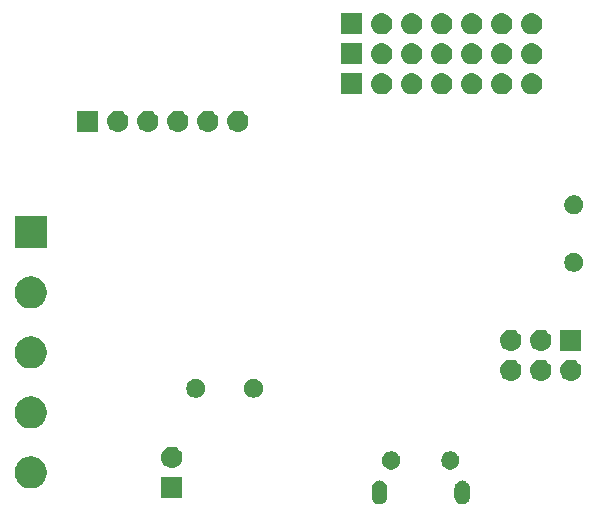
<source format=gbr>
G04 #@! TF.GenerationSoftware,KiCad,Pcbnew,(5.0.1)-4*
G04 #@! TF.CreationDate,2019-07-04T23:41:43-04:00*
G04 #@! TF.ProjectId,Receiver Board,526563656976657220426F6172642E6B,rev?*
G04 #@! TF.SameCoordinates,Original*
G04 #@! TF.FileFunction,Soldermask,Bot*
G04 #@! TF.FilePolarity,Negative*
%FSLAX46Y46*%
G04 Gerber Fmt 4.6, Leading zero omitted, Abs format (unit mm)*
G04 Created by KiCad (PCBNEW (5.0.1)-4) date 7/4/2019 11:41:43 PM*
%MOMM*%
%LPD*%
G01*
G04 APERTURE LIST*
%ADD10C,0.100000*%
G04 APERTURE END LIST*
D10*
G36*
X158425618Y-72064420D02*
X158507427Y-72089237D01*
X158548333Y-72101645D01*
X158648491Y-72155181D01*
X158661426Y-72162095D01*
X158760553Y-72243447D01*
X158841905Y-72342574D01*
X158841906Y-72342576D01*
X158902355Y-72455667D01*
X158902356Y-72455670D01*
X158939580Y-72578382D01*
X158949000Y-72674027D01*
X158949000Y-73437973D01*
X158939580Y-73533618D01*
X158936127Y-73545000D01*
X158902355Y-73656333D01*
X158848819Y-73756491D01*
X158841905Y-73769426D01*
X158760553Y-73868553D01*
X158661425Y-73949905D01*
X158608782Y-73978043D01*
X158548332Y-74010355D01*
X158507426Y-74022763D01*
X158425617Y-74047580D01*
X158298000Y-74060149D01*
X158170382Y-74047580D01*
X158088573Y-74022763D01*
X158047667Y-74010355D01*
X157934576Y-73949906D01*
X157934574Y-73949905D01*
X157835447Y-73868553D01*
X157754095Y-73769425D01*
X157693646Y-73656333D01*
X157693645Y-73656332D01*
X157681237Y-73615426D01*
X157656420Y-73533617D01*
X157647000Y-73437972D01*
X157647000Y-72674027D01*
X157656420Y-72578382D01*
X157693645Y-72455668D01*
X157754096Y-72342574D01*
X157835448Y-72243447D01*
X157934575Y-72162095D01*
X157947510Y-72155181D01*
X158047668Y-72101645D01*
X158088574Y-72089237D01*
X158170383Y-72064420D01*
X158298000Y-72051851D01*
X158425618Y-72064420D01*
X158425618Y-72064420D01*
G37*
G36*
X165425617Y-72064420D02*
X165507426Y-72089237D01*
X165548332Y-72101645D01*
X165608782Y-72133957D01*
X165661425Y-72162095D01*
X165661427Y-72162096D01*
X165661426Y-72162096D01*
X165750523Y-72235215D01*
X165760553Y-72243447D01*
X165841905Y-72342574D01*
X165841906Y-72342576D01*
X165902355Y-72455667D01*
X165902356Y-72455670D01*
X165939580Y-72578382D01*
X165949000Y-72674027D01*
X165949000Y-73437973D01*
X165939580Y-73533618D01*
X165936127Y-73545000D01*
X165902355Y-73656333D01*
X165848819Y-73756491D01*
X165841905Y-73769426D01*
X165760553Y-73868553D01*
X165661426Y-73949905D01*
X165661424Y-73949906D01*
X165548333Y-74010355D01*
X165507427Y-74022763D01*
X165425618Y-74047580D01*
X165298000Y-74060149D01*
X165170383Y-74047580D01*
X165088574Y-74022763D01*
X165047668Y-74010355D01*
X164934577Y-73949906D01*
X164934575Y-73949905D01*
X164835448Y-73868553D01*
X164754096Y-73769426D01*
X164693645Y-73656332D01*
X164668828Y-73574523D01*
X164656420Y-73533619D01*
X164647000Y-73437974D01*
X164647000Y-72674027D01*
X164656420Y-72578385D01*
X164656420Y-72578383D01*
X164681237Y-72496574D01*
X164693645Y-72455668D01*
X164725957Y-72395218D01*
X164754095Y-72342575D01*
X164835447Y-72243447D01*
X164934574Y-72162095D01*
X164947509Y-72155181D01*
X165047667Y-72101645D01*
X165088573Y-72089237D01*
X165170382Y-72064420D01*
X165298000Y-72051851D01*
X165425617Y-72064420D01*
X165425617Y-72064420D01*
G37*
G36*
X141617000Y-73545000D02*
X139815000Y-73545000D01*
X139815000Y-71743000D01*
X141617000Y-71743000D01*
X141617000Y-73545000D01*
X141617000Y-73545000D01*
G37*
G36*
X129041567Y-70048959D02*
X129172072Y-70074918D01*
X129417939Y-70176759D01*
X129573384Y-70280625D01*
X129639215Y-70324612D01*
X129827388Y-70512785D01*
X129827390Y-70512788D01*
X129975241Y-70734061D01*
X130077082Y-70979928D01*
X130129000Y-71240938D01*
X130129000Y-71507062D01*
X130077082Y-71768072D01*
X129975241Y-72013939D01*
X129827890Y-72234464D01*
X129827388Y-72235215D01*
X129639215Y-72423388D01*
X129639212Y-72423390D01*
X129417939Y-72571241D01*
X129172072Y-72673082D01*
X129041567Y-72699041D01*
X128911063Y-72725000D01*
X128644937Y-72725000D01*
X128514433Y-72699041D01*
X128383928Y-72673082D01*
X128138061Y-72571241D01*
X127916788Y-72423390D01*
X127916785Y-72423388D01*
X127728612Y-72235215D01*
X127728110Y-72234464D01*
X127580759Y-72013939D01*
X127478918Y-71768072D01*
X127427000Y-71507062D01*
X127427000Y-71240938D01*
X127478918Y-70979928D01*
X127580759Y-70734061D01*
X127728610Y-70512788D01*
X127728612Y-70512785D01*
X127916785Y-70324612D01*
X127982616Y-70280625D01*
X128138061Y-70176759D01*
X128383928Y-70074918D01*
X128514433Y-70048959D01*
X128644937Y-70023000D01*
X128911063Y-70023000D01*
X129041567Y-70048959D01*
X129041567Y-70048959D01*
G37*
G36*
X159524349Y-69609820D02*
X159524352Y-69609821D01*
X159524351Y-69609821D01*
X159665574Y-69668317D01*
X159665575Y-69668318D01*
X159792674Y-69753243D01*
X159900757Y-69861326D01*
X159900759Y-69861329D01*
X159985683Y-69988426D01*
X160000004Y-70023000D01*
X160044180Y-70129651D01*
X160074000Y-70279569D01*
X160074000Y-70432431D01*
X160044180Y-70582349D01*
X160044179Y-70582351D01*
X159985683Y-70723574D01*
X159978674Y-70734063D01*
X159900757Y-70850674D01*
X159792674Y-70958757D01*
X159792671Y-70958759D01*
X159665574Y-71043683D01*
X159556343Y-71088927D01*
X159524349Y-71102180D01*
X159374431Y-71132000D01*
X159221569Y-71132000D01*
X159071651Y-71102180D01*
X159039657Y-71088927D01*
X158930426Y-71043683D01*
X158803329Y-70958759D01*
X158803326Y-70958757D01*
X158695243Y-70850674D01*
X158617326Y-70734063D01*
X158610317Y-70723574D01*
X158551821Y-70582351D01*
X158551820Y-70582349D01*
X158522000Y-70432431D01*
X158522000Y-70279569D01*
X158551820Y-70129651D01*
X158595996Y-70023000D01*
X158610317Y-69988426D01*
X158695241Y-69861329D01*
X158695243Y-69861326D01*
X158803326Y-69753243D01*
X158930425Y-69668318D01*
X158930426Y-69668317D01*
X159071649Y-69609821D01*
X159071648Y-69609821D01*
X159071651Y-69609820D01*
X159221569Y-69580000D01*
X159374431Y-69580000D01*
X159524349Y-69609820D01*
X159524349Y-69609820D01*
G37*
G36*
X164524349Y-69609820D02*
X164524352Y-69609821D01*
X164524351Y-69609821D01*
X164665574Y-69668317D01*
X164665575Y-69668318D01*
X164792674Y-69753243D01*
X164900757Y-69861326D01*
X164900759Y-69861329D01*
X164985683Y-69988426D01*
X165000004Y-70023000D01*
X165044180Y-70129651D01*
X165074000Y-70279569D01*
X165074000Y-70432431D01*
X165044180Y-70582349D01*
X165044179Y-70582351D01*
X164985683Y-70723574D01*
X164978674Y-70734063D01*
X164900757Y-70850674D01*
X164792674Y-70958757D01*
X164792671Y-70958759D01*
X164665574Y-71043683D01*
X164556343Y-71088927D01*
X164524349Y-71102180D01*
X164374431Y-71132000D01*
X164221569Y-71132000D01*
X164071651Y-71102180D01*
X164039657Y-71088927D01*
X163930426Y-71043683D01*
X163803329Y-70958759D01*
X163803326Y-70958757D01*
X163695243Y-70850674D01*
X163617326Y-70734063D01*
X163610317Y-70723574D01*
X163551821Y-70582351D01*
X163551820Y-70582349D01*
X163522000Y-70432431D01*
X163522000Y-70279569D01*
X163551820Y-70129651D01*
X163595996Y-70023000D01*
X163610317Y-69988426D01*
X163695241Y-69861329D01*
X163695243Y-69861326D01*
X163803326Y-69753243D01*
X163930425Y-69668318D01*
X163930426Y-69668317D01*
X164071649Y-69609821D01*
X164071648Y-69609821D01*
X164071651Y-69609820D01*
X164221569Y-69580000D01*
X164374431Y-69580000D01*
X164524349Y-69609820D01*
X164524349Y-69609820D01*
G37*
G36*
X140826443Y-69209519D02*
X140892627Y-69216037D01*
X141005853Y-69250384D01*
X141062467Y-69267557D01*
X141201087Y-69341652D01*
X141218991Y-69351222D01*
X141254729Y-69380552D01*
X141356186Y-69463814D01*
X141439448Y-69565271D01*
X141468778Y-69601009D01*
X141468779Y-69601011D01*
X141552443Y-69757533D01*
X141552443Y-69757534D01*
X141603963Y-69927373D01*
X141621359Y-70104000D01*
X141603963Y-70280627D01*
X141590621Y-70324610D01*
X141552443Y-70450467D01*
X141519133Y-70512785D01*
X141468778Y-70606991D01*
X141439448Y-70642729D01*
X141356186Y-70744186D01*
X141254729Y-70827448D01*
X141218991Y-70856778D01*
X141218989Y-70856779D01*
X141062467Y-70940443D01*
X141005853Y-70957616D01*
X140892627Y-70991963D01*
X140826443Y-70998481D01*
X140760260Y-71005000D01*
X140671740Y-71005000D01*
X140605557Y-70998481D01*
X140539373Y-70991963D01*
X140426147Y-70957616D01*
X140369533Y-70940443D01*
X140213011Y-70856779D01*
X140213009Y-70856778D01*
X140177271Y-70827448D01*
X140075814Y-70744186D01*
X139992552Y-70642729D01*
X139963222Y-70606991D01*
X139912867Y-70512785D01*
X139879557Y-70450467D01*
X139841379Y-70324610D01*
X139828037Y-70280627D01*
X139810641Y-70104000D01*
X139828037Y-69927373D01*
X139879557Y-69757534D01*
X139879557Y-69757533D01*
X139963221Y-69601011D01*
X139963222Y-69601009D01*
X139992552Y-69565271D01*
X140075814Y-69463814D01*
X140177271Y-69380552D01*
X140213009Y-69351222D01*
X140230913Y-69341652D01*
X140369533Y-69267557D01*
X140426147Y-69250384D01*
X140539373Y-69216037D01*
X140605557Y-69209519D01*
X140671740Y-69203000D01*
X140760260Y-69203000D01*
X140826443Y-69209519D01*
X140826443Y-69209519D01*
G37*
G36*
X129041567Y-64968959D02*
X129172072Y-64994918D01*
X129417939Y-65096759D01*
X129638464Y-65244110D01*
X129639215Y-65244612D01*
X129827388Y-65432785D01*
X129827390Y-65432788D01*
X129975241Y-65654061D01*
X130077082Y-65899928D01*
X130129000Y-66160938D01*
X130129000Y-66427062D01*
X130077082Y-66688072D01*
X129975241Y-66933939D01*
X129827890Y-67154464D01*
X129827388Y-67155215D01*
X129639215Y-67343388D01*
X129639212Y-67343390D01*
X129417939Y-67491241D01*
X129172072Y-67593082D01*
X129041567Y-67619041D01*
X128911063Y-67645000D01*
X128644937Y-67645000D01*
X128514433Y-67619041D01*
X128383928Y-67593082D01*
X128138061Y-67491241D01*
X127916788Y-67343390D01*
X127916785Y-67343388D01*
X127728612Y-67155215D01*
X127728110Y-67154464D01*
X127580759Y-66933939D01*
X127478918Y-66688072D01*
X127427000Y-66427062D01*
X127427000Y-66160938D01*
X127478918Y-65899928D01*
X127580759Y-65654061D01*
X127728610Y-65432788D01*
X127728612Y-65432785D01*
X127916785Y-65244612D01*
X127917536Y-65244110D01*
X128138061Y-65096759D01*
X128383928Y-64994918D01*
X128514433Y-64968959D01*
X128644937Y-64943000D01*
X128911063Y-64943000D01*
X129041567Y-64968959D01*
X129041567Y-64968959D01*
G37*
G36*
X142981643Y-63491781D02*
X143127415Y-63552162D01*
X143258611Y-63639824D01*
X143370176Y-63751389D01*
X143457838Y-63882585D01*
X143518219Y-64028357D01*
X143549000Y-64183107D01*
X143549000Y-64340893D01*
X143518219Y-64495643D01*
X143457838Y-64641415D01*
X143370176Y-64772611D01*
X143258611Y-64884176D01*
X143127415Y-64971838D01*
X142981643Y-65032219D01*
X142826893Y-65063000D01*
X142669107Y-65063000D01*
X142514357Y-65032219D01*
X142368585Y-64971838D01*
X142237389Y-64884176D01*
X142125824Y-64772611D01*
X142038162Y-64641415D01*
X141977781Y-64495643D01*
X141947000Y-64340893D01*
X141947000Y-64183107D01*
X141977781Y-64028357D01*
X142038162Y-63882585D01*
X142125824Y-63751389D01*
X142237389Y-63639824D01*
X142368585Y-63552162D01*
X142514357Y-63491781D01*
X142669107Y-63461000D01*
X142826893Y-63461000D01*
X142981643Y-63491781D01*
X142981643Y-63491781D01*
G37*
G36*
X147861643Y-63491781D02*
X148007415Y-63552162D01*
X148138611Y-63639824D01*
X148250176Y-63751389D01*
X148337838Y-63882585D01*
X148398219Y-64028357D01*
X148429000Y-64183107D01*
X148429000Y-64340893D01*
X148398219Y-64495643D01*
X148337838Y-64641415D01*
X148250176Y-64772611D01*
X148138611Y-64884176D01*
X148007415Y-64971838D01*
X147861643Y-65032219D01*
X147706893Y-65063000D01*
X147549107Y-65063000D01*
X147394357Y-65032219D01*
X147248585Y-64971838D01*
X147117389Y-64884176D01*
X147005824Y-64772611D01*
X146918162Y-64641415D01*
X146857781Y-64495643D01*
X146827000Y-64340893D01*
X146827000Y-64183107D01*
X146857781Y-64028357D01*
X146918162Y-63882585D01*
X147005824Y-63751389D01*
X147117389Y-63639824D01*
X147248585Y-63552162D01*
X147394357Y-63491781D01*
X147549107Y-63461000D01*
X147706893Y-63461000D01*
X147861643Y-63491781D01*
X147861643Y-63491781D01*
G37*
G36*
X169528443Y-61843519D02*
X169594627Y-61850037D01*
X169707853Y-61884384D01*
X169764467Y-61901557D01*
X169903087Y-61975652D01*
X169920991Y-61985222D01*
X169956729Y-62014552D01*
X170058186Y-62097814D01*
X170141448Y-62199271D01*
X170170778Y-62235009D01*
X170170779Y-62235011D01*
X170254443Y-62391533D01*
X170254443Y-62391534D01*
X170305963Y-62561373D01*
X170323359Y-62738000D01*
X170305963Y-62914627D01*
X170271616Y-63027853D01*
X170254443Y-63084467D01*
X170180348Y-63223087D01*
X170170778Y-63240991D01*
X170141448Y-63276729D01*
X170058186Y-63378186D01*
X169957275Y-63461000D01*
X169920991Y-63490778D01*
X169919113Y-63491782D01*
X169764467Y-63574443D01*
X169707853Y-63591616D01*
X169594627Y-63625963D01*
X169528443Y-63632481D01*
X169462260Y-63639000D01*
X169373740Y-63639000D01*
X169307557Y-63632481D01*
X169241373Y-63625963D01*
X169128147Y-63591616D01*
X169071533Y-63574443D01*
X168916887Y-63491782D01*
X168915009Y-63490778D01*
X168878725Y-63461000D01*
X168777814Y-63378186D01*
X168694552Y-63276729D01*
X168665222Y-63240991D01*
X168655652Y-63223087D01*
X168581557Y-63084467D01*
X168564384Y-63027853D01*
X168530037Y-62914627D01*
X168512641Y-62738000D01*
X168530037Y-62561373D01*
X168581557Y-62391534D01*
X168581557Y-62391533D01*
X168665221Y-62235011D01*
X168665222Y-62235009D01*
X168694552Y-62199271D01*
X168777814Y-62097814D01*
X168879271Y-62014552D01*
X168915009Y-61985222D01*
X168932913Y-61975652D01*
X169071533Y-61901557D01*
X169128147Y-61884384D01*
X169241373Y-61850037D01*
X169307557Y-61843519D01*
X169373740Y-61837000D01*
X169462260Y-61837000D01*
X169528443Y-61843519D01*
X169528443Y-61843519D01*
G37*
G36*
X172068443Y-61843519D02*
X172134627Y-61850037D01*
X172247853Y-61884384D01*
X172304467Y-61901557D01*
X172443087Y-61975652D01*
X172460991Y-61985222D01*
X172496729Y-62014552D01*
X172598186Y-62097814D01*
X172681448Y-62199271D01*
X172710778Y-62235009D01*
X172710779Y-62235011D01*
X172794443Y-62391533D01*
X172794443Y-62391534D01*
X172845963Y-62561373D01*
X172863359Y-62738000D01*
X172845963Y-62914627D01*
X172811616Y-63027853D01*
X172794443Y-63084467D01*
X172720348Y-63223087D01*
X172710778Y-63240991D01*
X172681448Y-63276729D01*
X172598186Y-63378186D01*
X172497275Y-63461000D01*
X172460991Y-63490778D01*
X172459113Y-63491782D01*
X172304467Y-63574443D01*
X172247853Y-63591616D01*
X172134627Y-63625963D01*
X172068443Y-63632481D01*
X172002260Y-63639000D01*
X171913740Y-63639000D01*
X171847557Y-63632481D01*
X171781373Y-63625963D01*
X171668147Y-63591616D01*
X171611533Y-63574443D01*
X171456887Y-63491782D01*
X171455009Y-63490778D01*
X171418725Y-63461000D01*
X171317814Y-63378186D01*
X171234552Y-63276729D01*
X171205222Y-63240991D01*
X171195652Y-63223087D01*
X171121557Y-63084467D01*
X171104384Y-63027853D01*
X171070037Y-62914627D01*
X171052641Y-62738000D01*
X171070037Y-62561373D01*
X171121557Y-62391534D01*
X171121557Y-62391533D01*
X171205221Y-62235011D01*
X171205222Y-62235009D01*
X171234552Y-62199271D01*
X171317814Y-62097814D01*
X171419271Y-62014552D01*
X171455009Y-61985222D01*
X171472913Y-61975652D01*
X171611533Y-61901557D01*
X171668147Y-61884384D01*
X171781373Y-61850037D01*
X171847557Y-61843519D01*
X171913740Y-61837000D01*
X172002260Y-61837000D01*
X172068443Y-61843519D01*
X172068443Y-61843519D01*
G37*
G36*
X174608443Y-61843519D02*
X174674627Y-61850037D01*
X174787853Y-61884384D01*
X174844467Y-61901557D01*
X174983087Y-61975652D01*
X175000991Y-61985222D01*
X175036729Y-62014552D01*
X175138186Y-62097814D01*
X175221448Y-62199271D01*
X175250778Y-62235009D01*
X175250779Y-62235011D01*
X175334443Y-62391533D01*
X175334443Y-62391534D01*
X175385963Y-62561373D01*
X175403359Y-62738000D01*
X175385963Y-62914627D01*
X175351616Y-63027853D01*
X175334443Y-63084467D01*
X175260348Y-63223087D01*
X175250778Y-63240991D01*
X175221448Y-63276729D01*
X175138186Y-63378186D01*
X175037275Y-63461000D01*
X175000991Y-63490778D01*
X174999113Y-63491782D01*
X174844467Y-63574443D01*
X174787853Y-63591616D01*
X174674627Y-63625963D01*
X174608443Y-63632481D01*
X174542260Y-63639000D01*
X174453740Y-63639000D01*
X174387557Y-63632481D01*
X174321373Y-63625963D01*
X174208147Y-63591616D01*
X174151533Y-63574443D01*
X173996887Y-63491782D01*
X173995009Y-63490778D01*
X173958725Y-63461000D01*
X173857814Y-63378186D01*
X173774552Y-63276729D01*
X173745222Y-63240991D01*
X173735652Y-63223087D01*
X173661557Y-63084467D01*
X173644384Y-63027853D01*
X173610037Y-62914627D01*
X173592641Y-62738000D01*
X173610037Y-62561373D01*
X173661557Y-62391534D01*
X173661557Y-62391533D01*
X173745221Y-62235011D01*
X173745222Y-62235009D01*
X173774552Y-62199271D01*
X173857814Y-62097814D01*
X173959271Y-62014552D01*
X173995009Y-61985222D01*
X174012913Y-61975652D01*
X174151533Y-61901557D01*
X174208147Y-61884384D01*
X174321373Y-61850037D01*
X174387557Y-61843519D01*
X174453740Y-61837000D01*
X174542260Y-61837000D01*
X174608443Y-61843519D01*
X174608443Y-61843519D01*
G37*
G36*
X129041567Y-59888959D02*
X129172072Y-59914918D01*
X129417939Y-60016759D01*
X129638464Y-60164110D01*
X129639215Y-60164612D01*
X129827388Y-60352785D01*
X129827390Y-60352788D01*
X129975241Y-60574061D01*
X130077082Y-60819928D01*
X130129000Y-61080938D01*
X130129000Y-61347062D01*
X130077082Y-61608072D01*
X129975241Y-61853939D01*
X129827890Y-62074464D01*
X129827388Y-62075215D01*
X129639215Y-62263388D01*
X129639212Y-62263390D01*
X129417939Y-62411241D01*
X129172072Y-62513082D01*
X129041567Y-62539041D01*
X128911063Y-62565000D01*
X128644937Y-62565000D01*
X128514433Y-62539041D01*
X128383928Y-62513082D01*
X128138061Y-62411241D01*
X127916788Y-62263390D01*
X127916785Y-62263388D01*
X127728612Y-62075215D01*
X127728110Y-62074464D01*
X127580759Y-61853939D01*
X127478918Y-61608072D01*
X127427000Y-61347062D01*
X127427000Y-61080938D01*
X127478918Y-60819928D01*
X127580759Y-60574061D01*
X127728610Y-60352788D01*
X127728612Y-60352785D01*
X127916785Y-60164612D01*
X127917536Y-60164110D01*
X128138061Y-60016759D01*
X128383928Y-59914918D01*
X128514433Y-59888959D01*
X128644937Y-59863000D01*
X128911063Y-59863000D01*
X129041567Y-59888959D01*
X129041567Y-59888959D01*
G37*
G36*
X169528442Y-59303518D02*
X169594627Y-59310037D01*
X169707853Y-59344384D01*
X169764467Y-59361557D01*
X169903087Y-59435652D01*
X169920991Y-59445222D01*
X169956729Y-59474552D01*
X170058186Y-59557814D01*
X170141448Y-59659271D01*
X170170778Y-59695009D01*
X170170779Y-59695011D01*
X170254443Y-59851533D01*
X170254443Y-59851534D01*
X170305963Y-60021373D01*
X170323359Y-60198000D01*
X170305963Y-60374627D01*
X170271616Y-60487853D01*
X170254443Y-60544467D01*
X170238624Y-60574061D01*
X170170778Y-60700991D01*
X170141448Y-60736729D01*
X170058186Y-60838186D01*
X169956729Y-60921448D01*
X169920991Y-60950778D01*
X169920989Y-60950779D01*
X169764467Y-61034443D01*
X169707853Y-61051616D01*
X169594627Y-61085963D01*
X169528442Y-61092482D01*
X169462260Y-61099000D01*
X169373740Y-61099000D01*
X169307558Y-61092482D01*
X169241373Y-61085963D01*
X169128147Y-61051616D01*
X169071533Y-61034443D01*
X168915011Y-60950779D01*
X168915009Y-60950778D01*
X168879271Y-60921448D01*
X168777814Y-60838186D01*
X168694552Y-60736729D01*
X168665222Y-60700991D01*
X168597376Y-60574061D01*
X168581557Y-60544467D01*
X168564384Y-60487853D01*
X168530037Y-60374627D01*
X168512641Y-60198000D01*
X168530037Y-60021373D01*
X168581557Y-59851534D01*
X168581557Y-59851533D01*
X168665221Y-59695011D01*
X168665222Y-59695009D01*
X168694552Y-59659271D01*
X168777814Y-59557814D01*
X168879271Y-59474552D01*
X168915009Y-59445222D01*
X168932913Y-59435652D01*
X169071533Y-59361557D01*
X169128147Y-59344384D01*
X169241373Y-59310037D01*
X169307558Y-59303518D01*
X169373740Y-59297000D01*
X169462260Y-59297000D01*
X169528442Y-59303518D01*
X169528442Y-59303518D01*
G37*
G36*
X175399000Y-61099000D02*
X173597000Y-61099000D01*
X173597000Y-59297000D01*
X175399000Y-59297000D01*
X175399000Y-61099000D01*
X175399000Y-61099000D01*
G37*
G36*
X172068442Y-59303518D02*
X172134627Y-59310037D01*
X172247853Y-59344384D01*
X172304467Y-59361557D01*
X172443087Y-59435652D01*
X172460991Y-59445222D01*
X172496729Y-59474552D01*
X172598186Y-59557814D01*
X172681448Y-59659271D01*
X172710778Y-59695009D01*
X172710779Y-59695011D01*
X172794443Y-59851533D01*
X172794443Y-59851534D01*
X172845963Y-60021373D01*
X172863359Y-60198000D01*
X172845963Y-60374627D01*
X172811616Y-60487853D01*
X172794443Y-60544467D01*
X172778624Y-60574061D01*
X172710778Y-60700991D01*
X172681448Y-60736729D01*
X172598186Y-60838186D01*
X172496729Y-60921448D01*
X172460991Y-60950778D01*
X172460989Y-60950779D01*
X172304467Y-61034443D01*
X172247853Y-61051616D01*
X172134627Y-61085963D01*
X172068442Y-61092482D01*
X172002260Y-61099000D01*
X171913740Y-61099000D01*
X171847558Y-61092482D01*
X171781373Y-61085963D01*
X171668147Y-61051616D01*
X171611533Y-61034443D01*
X171455011Y-60950779D01*
X171455009Y-60950778D01*
X171419271Y-60921448D01*
X171317814Y-60838186D01*
X171234552Y-60736729D01*
X171205222Y-60700991D01*
X171137376Y-60574061D01*
X171121557Y-60544467D01*
X171104384Y-60487853D01*
X171070037Y-60374627D01*
X171052641Y-60198000D01*
X171070037Y-60021373D01*
X171121557Y-59851534D01*
X171121557Y-59851533D01*
X171205221Y-59695011D01*
X171205222Y-59695009D01*
X171234552Y-59659271D01*
X171317814Y-59557814D01*
X171419271Y-59474552D01*
X171455009Y-59445222D01*
X171472913Y-59435652D01*
X171611533Y-59361557D01*
X171668147Y-59344384D01*
X171781373Y-59310037D01*
X171847558Y-59303518D01*
X171913740Y-59297000D01*
X172002260Y-59297000D01*
X172068442Y-59303518D01*
X172068442Y-59303518D01*
G37*
G36*
X129041567Y-54808959D02*
X129172072Y-54834918D01*
X129417939Y-54936759D01*
X129638464Y-55084110D01*
X129639215Y-55084612D01*
X129827388Y-55272785D01*
X129827390Y-55272788D01*
X129975241Y-55494061D01*
X130077082Y-55739928D01*
X130129000Y-56000938D01*
X130129000Y-56267062D01*
X130077082Y-56528072D01*
X129975241Y-56773939D01*
X129827890Y-56994464D01*
X129827388Y-56995215D01*
X129639215Y-57183388D01*
X129639212Y-57183390D01*
X129417939Y-57331241D01*
X129172072Y-57433082D01*
X129041567Y-57459041D01*
X128911063Y-57485000D01*
X128644937Y-57485000D01*
X128514433Y-57459041D01*
X128383928Y-57433082D01*
X128138061Y-57331241D01*
X127916788Y-57183390D01*
X127916785Y-57183388D01*
X127728612Y-56995215D01*
X127728110Y-56994464D01*
X127580759Y-56773939D01*
X127478918Y-56528072D01*
X127427000Y-56267062D01*
X127427000Y-56000938D01*
X127478918Y-55739928D01*
X127580759Y-55494061D01*
X127728610Y-55272788D01*
X127728612Y-55272785D01*
X127916785Y-55084612D01*
X127917536Y-55084110D01*
X128138061Y-54936759D01*
X128383928Y-54834918D01*
X128514433Y-54808959D01*
X128644937Y-54783000D01*
X128911063Y-54783000D01*
X129041567Y-54808959D01*
X129041567Y-54808959D01*
G37*
G36*
X174985643Y-52823781D02*
X175131415Y-52884162D01*
X175262611Y-52971824D01*
X175374176Y-53083389D01*
X175461838Y-53214585D01*
X175522219Y-53360357D01*
X175553000Y-53515107D01*
X175553000Y-53672893D01*
X175522219Y-53827643D01*
X175461838Y-53973415D01*
X175374176Y-54104611D01*
X175262611Y-54216176D01*
X175131415Y-54303838D01*
X174985643Y-54364219D01*
X174830893Y-54395000D01*
X174673107Y-54395000D01*
X174518357Y-54364219D01*
X174372585Y-54303838D01*
X174241389Y-54216176D01*
X174129824Y-54104611D01*
X174042162Y-53973415D01*
X173981781Y-53827643D01*
X173951000Y-53672893D01*
X173951000Y-53515107D01*
X173981781Y-53360357D01*
X174042162Y-53214585D01*
X174129824Y-53083389D01*
X174241389Y-52971824D01*
X174372585Y-52884162D01*
X174518357Y-52823781D01*
X174673107Y-52793000D01*
X174830893Y-52793000D01*
X174985643Y-52823781D01*
X174985643Y-52823781D01*
G37*
G36*
X130129000Y-52405000D02*
X127427000Y-52405000D01*
X127427000Y-49703000D01*
X130129000Y-49703000D01*
X130129000Y-52405000D01*
X130129000Y-52405000D01*
G37*
G36*
X174985643Y-47943781D02*
X175131415Y-48004162D01*
X175262611Y-48091824D01*
X175374176Y-48203389D01*
X175461838Y-48334585D01*
X175522219Y-48480357D01*
X175553000Y-48635107D01*
X175553000Y-48792893D01*
X175522219Y-48947643D01*
X175461838Y-49093415D01*
X175374176Y-49224611D01*
X175262611Y-49336176D01*
X175131415Y-49423838D01*
X174985643Y-49484219D01*
X174830893Y-49515000D01*
X174673107Y-49515000D01*
X174518357Y-49484219D01*
X174372585Y-49423838D01*
X174241389Y-49336176D01*
X174129824Y-49224611D01*
X174042162Y-49093415D01*
X173981781Y-48947643D01*
X173951000Y-48792893D01*
X173951000Y-48635107D01*
X173981781Y-48480357D01*
X174042162Y-48334585D01*
X174129824Y-48203389D01*
X174241389Y-48091824D01*
X174372585Y-48004162D01*
X174518357Y-47943781D01*
X174673107Y-47913000D01*
X174830893Y-47913000D01*
X174985643Y-47943781D01*
X174985643Y-47943781D01*
G37*
G36*
X134505000Y-42557000D02*
X132703000Y-42557000D01*
X132703000Y-40755000D01*
X134505000Y-40755000D01*
X134505000Y-42557000D01*
X134505000Y-42557000D01*
G37*
G36*
X136254443Y-40761519D02*
X136320627Y-40768037D01*
X136433853Y-40802384D01*
X136490467Y-40819557D01*
X136629087Y-40893652D01*
X136646991Y-40903222D01*
X136682729Y-40932552D01*
X136784186Y-41015814D01*
X136867448Y-41117271D01*
X136896778Y-41153009D01*
X136896779Y-41153011D01*
X136980443Y-41309533D01*
X136980443Y-41309534D01*
X137031963Y-41479373D01*
X137049359Y-41656000D01*
X137031963Y-41832627D01*
X136997616Y-41945853D01*
X136980443Y-42002467D01*
X136906348Y-42141087D01*
X136896778Y-42158991D01*
X136867448Y-42194729D01*
X136784186Y-42296186D01*
X136682729Y-42379448D01*
X136646991Y-42408778D01*
X136646989Y-42408779D01*
X136490467Y-42492443D01*
X136433853Y-42509616D01*
X136320627Y-42543963D01*
X136254442Y-42550482D01*
X136188260Y-42557000D01*
X136099740Y-42557000D01*
X136033557Y-42550481D01*
X135967373Y-42543963D01*
X135854147Y-42509616D01*
X135797533Y-42492443D01*
X135641011Y-42408779D01*
X135641009Y-42408778D01*
X135605271Y-42379448D01*
X135503814Y-42296186D01*
X135420552Y-42194729D01*
X135391222Y-42158991D01*
X135381652Y-42141087D01*
X135307557Y-42002467D01*
X135290384Y-41945853D01*
X135256037Y-41832627D01*
X135238641Y-41656000D01*
X135256037Y-41479373D01*
X135307557Y-41309534D01*
X135307557Y-41309533D01*
X135391221Y-41153011D01*
X135391222Y-41153009D01*
X135420552Y-41117271D01*
X135503814Y-41015814D01*
X135605271Y-40932552D01*
X135641009Y-40903222D01*
X135658913Y-40893652D01*
X135797533Y-40819557D01*
X135854147Y-40802384D01*
X135967373Y-40768037D01*
X136033557Y-40761519D01*
X136099740Y-40755000D01*
X136188260Y-40755000D01*
X136254443Y-40761519D01*
X136254443Y-40761519D01*
G37*
G36*
X138794443Y-40761519D02*
X138860627Y-40768037D01*
X138973853Y-40802384D01*
X139030467Y-40819557D01*
X139169087Y-40893652D01*
X139186991Y-40903222D01*
X139222729Y-40932552D01*
X139324186Y-41015814D01*
X139407448Y-41117271D01*
X139436778Y-41153009D01*
X139436779Y-41153011D01*
X139520443Y-41309533D01*
X139520443Y-41309534D01*
X139571963Y-41479373D01*
X139589359Y-41656000D01*
X139571963Y-41832627D01*
X139537616Y-41945853D01*
X139520443Y-42002467D01*
X139446348Y-42141087D01*
X139436778Y-42158991D01*
X139407448Y-42194729D01*
X139324186Y-42296186D01*
X139222729Y-42379448D01*
X139186991Y-42408778D01*
X139186989Y-42408779D01*
X139030467Y-42492443D01*
X138973853Y-42509616D01*
X138860627Y-42543963D01*
X138794442Y-42550482D01*
X138728260Y-42557000D01*
X138639740Y-42557000D01*
X138573557Y-42550481D01*
X138507373Y-42543963D01*
X138394147Y-42509616D01*
X138337533Y-42492443D01*
X138181011Y-42408779D01*
X138181009Y-42408778D01*
X138145271Y-42379448D01*
X138043814Y-42296186D01*
X137960552Y-42194729D01*
X137931222Y-42158991D01*
X137921652Y-42141087D01*
X137847557Y-42002467D01*
X137830384Y-41945853D01*
X137796037Y-41832627D01*
X137778641Y-41656000D01*
X137796037Y-41479373D01*
X137847557Y-41309534D01*
X137847557Y-41309533D01*
X137931221Y-41153011D01*
X137931222Y-41153009D01*
X137960552Y-41117271D01*
X138043814Y-41015814D01*
X138145271Y-40932552D01*
X138181009Y-40903222D01*
X138198913Y-40893652D01*
X138337533Y-40819557D01*
X138394147Y-40802384D01*
X138507373Y-40768037D01*
X138573557Y-40761519D01*
X138639740Y-40755000D01*
X138728260Y-40755000D01*
X138794443Y-40761519D01*
X138794443Y-40761519D01*
G37*
G36*
X143874443Y-40761519D02*
X143940627Y-40768037D01*
X144053853Y-40802384D01*
X144110467Y-40819557D01*
X144249087Y-40893652D01*
X144266991Y-40903222D01*
X144302729Y-40932552D01*
X144404186Y-41015814D01*
X144487448Y-41117271D01*
X144516778Y-41153009D01*
X144516779Y-41153011D01*
X144600443Y-41309533D01*
X144600443Y-41309534D01*
X144651963Y-41479373D01*
X144669359Y-41656000D01*
X144651963Y-41832627D01*
X144617616Y-41945853D01*
X144600443Y-42002467D01*
X144526348Y-42141087D01*
X144516778Y-42158991D01*
X144487448Y-42194729D01*
X144404186Y-42296186D01*
X144302729Y-42379448D01*
X144266991Y-42408778D01*
X144266989Y-42408779D01*
X144110467Y-42492443D01*
X144053853Y-42509616D01*
X143940627Y-42543963D01*
X143874442Y-42550482D01*
X143808260Y-42557000D01*
X143719740Y-42557000D01*
X143653557Y-42550481D01*
X143587373Y-42543963D01*
X143474147Y-42509616D01*
X143417533Y-42492443D01*
X143261011Y-42408779D01*
X143261009Y-42408778D01*
X143225271Y-42379448D01*
X143123814Y-42296186D01*
X143040552Y-42194729D01*
X143011222Y-42158991D01*
X143001652Y-42141087D01*
X142927557Y-42002467D01*
X142910384Y-41945853D01*
X142876037Y-41832627D01*
X142858641Y-41656000D01*
X142876037Y-41479373D01*
X142927557Y-41309534D01*
X142927557Y-41309533D01*
X143011221Y-41153011D01*
X143011222Y-41153009D01*
X143040552Y-41117271D01*
X143123814Y-41015814D01*
X143225271Y-40932552D01*
X143261009Y-40903222D01*
X143278913Y-40893652D01*
X143417533Y-40819557D01*
X143474147Y-40802384D01*
X143587373Y-40768037D01*
X143653557Y-40761519D01*
X143719740Y-40755000D01*
X143808260Y-40755000D01*
X143874443Y-40761519D01*
X143874443Y-40761519D01*
G37*
G36*
X146414443Y-40761519D02*
X146480627Y-40768037D01*
X146593853Y-40802384D01*
X146650467Y-40819557D01*
X146789087Y-40893652D01*
X146806991Y-40903222D01*
X146842729Y-40932552D01*
X146944186Y-41015814D01*
X147027448Y-41117271D01*
X147056778Y-41153009D01*
X147056779Y-41153011D01*
X147140443Y-41309533D01*
X147140443Y-41309534D01*
X147191963Y-41479373D01*
X147209359Y-41656000D01*
X147191963Y-41832627D01*
X147157616Y-41945853D01*
X147140443Y-42002467D01*
X147066348Y-42141087D01*
X147056778Y-42158991D01*
X147027448Y-42194729D01*
X146944186Y-42296186D01*
X146842729Y-42379448D01*
X146806991Y-42408778D01*
X146806989Y-42408779D01*
X146650467Y-42492443D01*
X146593853Y-42509616D01*
X146480627Y-42543963D01*
X146414442Y-42550482D01*
X146348260Y-42557000D01*
X146259740Y-42557000D01*
X146193557Y-42550481D01*
X146127373Y-42543963D01*
X146014147Y-42509616D01*
X145957533Y-42492443D01*
X145801011Y-42408779D01*
X145801009Y-42408778D01*
X145765271Y-42379448D01*
X145663814Y-42296186D01*
X145580552Y-42194729D01*
X145551222Y-42158991D01*
X145541652Y-42141087D01*
X145467557Y-42002467D01*
X145450384Y-41945853D01*
X145416037Y-41832627D01*
X145398641Y-41656000D01*
X145416037Y-41479373D01*
X145467557Y-41309534D01*
X145467557Y-41309533D01*
X145551221Y-41153011D01*
X145551222Y-41153009D01*
X145580552Y-41117271D01*
X145663814Y-41015814D01*
X145765271Y-40932552D01*
X145801009Y-40903222D01*
X145818913Y-40893652D01*
X145957533Y-40819557D01*
X146014147Y-40802384D01*
X146127373Y-40768037D01*
X146193557Y-40761519D01*
X146259740Y-40755000D01*
X146348260Y-40755000D01*
X146414443Y-40761519D01*
X146414443Y-40761519D01*
G37*
G36*
X141334443Y-40761519D02*
X141400627Y-40768037D01*
X141513853Y-40802384D01*
X141570467Y-40819557D01*
X141709087Y-40893652D01*
X141726991Y-40903222D01*
X141762729Y-40932552D01*
X141864186Y-41015814D01*
X141947448Y-41117271D01*
X141976778Y-41153009D01*
X141976779Y-41153011D01*
X142060443Y-41309533D01*
X142060443Y-41309534D01*
X142111963Y-41479373D01*
X142129359Y-41656000D01*
X142111963Y-41832627D01*
X142077616Y-41945853D01*
X142060443Y-42002467D01*
X141986348Y-42141087D01*
X141976778Y-42158991D01*
X141947448Y-42194729D01*
X141864186Y-42296186D01*
X141762729Y-42379448D01*
X141726991Y-42408778D01*
X141726989Y-42408779D01*
X141570467Y-42492443D01*
X141513853Y-42509616D01*
X141400627Y-42543963D01*
X141334442Y-42550482D01*
X141268260Y-42557000D01*
X141179740Y-42557000D01*
X141113557Y-42550481D01*
X141047373Y-42543963D01*
X140934147Y-42509616D01*
X140877533Y-42492443D01*
X140721011Y-42408779D01*
X140721009Y-42408778D01*
X140685271Y-42379448D01*
X140583814Y-42296186D01*
X140500552Y-42194729D01*
X140471222Y-42158991D01*
X140461652Y-42141087D01*
X140387557Y-42002467D01*
X140370384Y-41945853D01*
X140336037Y-41832627D01*
X140318641Y-41656000D01*
X140336037Y-41479373D01*
X140387557Y-41309534D01*
X140387557Y-41309533D01*
X140471221Y-41153011D01*
X140471222Y-41153009D01*
X140500552Y-41117271D01*
X140583814Y-41015814D01*
X140685271Y-40932552D01*
X140721009Y-40903222D01*
X140738913Y-40893652D01*
X140877533Y-40819557D01*
X140934147Y-40802384D01*
X141047373Y-40768037D01*
X141113557Y-40761519D01*
X141179740Y-40755000D01*
X141268260Y-40755000D01*
X141334443Y-40761519D01*
X141334443Y-40761519D01*
G37*
G36*
X171292232Y-37572686D02*
X171358416Y-37579204D01*
X171471642Y-37613551D01*
X171528256Y-37630724D01*
X171666876Y-37704819D01*
X171684780Y-37714389D01*
X171720518Y-37743719D01*
X171821975Y-37826981D01*
X171905237Y-37928438D01*
X171934567Y-37964176D01*
X171934568Y-37964178D01*
X172018232Y-38120700D01*
X172018232Y-38120701D01*
X172069752Y-38290540D01*
X172087148Y-38467167D01*
X172069752Y-38643794D01*
X172035405Y-38757020D01*
X172018232Y-38813634D01*
X171944137Y-38952254D01*
X171934567Y-38970158D01*
X171905237Y-39005896D01*
X171821975Y-39107353D01*
X171720518Y-39190615D01*
X171684780Y-39219945D01*
X171684778Y-39219946D01*
X171528256Y-39303610D01*
X171471642Y-39320783D01*
X171358416Y-39355130D01*
X171292232Y-39361648D01*
X171226049Y-39368167D01*
X171137529Y-39368167D01*
X171071346Y-39361648D01*
X171005162Y-39355130D01*
X170891936Y-39320783D01*
X170835322Y-39303610D01*
X170678800Y-39219946D01*
X170678798Y-39219945D01*
X170643060Y-39190615D01*
X170541603Y-39107353D01*
X170458341Y-39005896D01*
X170429011Y-38970158D01*
X170419441Y-38952254D01*
X170345346Y-38813634D01*
X170328173Y-38757020D01*
X170293826Y-38643794D01*
X170276430Y-38467167D01*
X170293826Y-38290540D01*
X170345346Y-38120701D01*
X170345346Y-38120700D01*
X170429010Y-37964178D01*
X170429011Y-37964176D01*
X170458341Y-37928438D01*
X170541603Y-37826981D01*
X170643060Y-37743719D01*
X170678798Y-37714389D01*
X170696702Y-37704819D01*
X170835322Y-37630724D01*
X170891936Y-37613551D01*
X171005162Y-37579204D01*
X171071346Y-37572686D01*
X171137529Y-37566167D01*
X171226049Y-37566167D01*
X171292232Y-37572686D01*
X171292232Y-37572686D01*
G37*
G36*
X168752232Y-37572686D02*
X168818416Y-37579204D01*
X168931642Y-37613551D01*
X168988256Y-37630724D01*
X169126876Y-37704819D01*
X169144780Y-37714389D01*
X169180518Y-37743719D01*
X169281975Y-37826981D01*
X169365237Y-37928438D01*
X169394567Y-37964176D01*
X169394568Y-37964178D01*
X169478232Y-38120700D01*
X169478232Y-38120701D01*
X169529752Y-38290540D01*
X169547148Y-38467167D01*
X169529752Y-38643794D01*
X169495405Y-38757020D01*
X169478232Y-38813634D01*
X169404137Y-38952254D01*
X169394567Y-38970158D01*
X169365237Y-39005896D01*
X169281975Y-39107353D01*
X169180518Y-39190615D01*
X169144780Y-39219945D01*
X169144778Y-39219946D01*
X168988256Y-39303610D01*
X168931642Y-39320783D01*
X168818416Y-39355130D01*
X168752232Y-39361648D01*
X168686049Y-39368167D01*
X168597529Y-39368167D01*
X168531346Y-39361648D01*
X168465162Y-39355130D01*
X168351936Y-39320783D01*
X168295322Y-39303610D01*
X168138800Y-39219946D01*
X168138798Y-39219945D01*
X168103060Y-39190615D01*
X168001603Y-39107353D01*
X167918341Y-39005896D01*
X167889011Y-38970158D01*
X167879441Y-38952254D01*
X167805346Y-38813634D01*
X167788173Y-38757020D01*
X167753826Y-38643794D01*
X167736430Y-38467167D01*
X167753826Y-38290540D01*
X167805346Y-38120701D01*
X167805346Y-38120700D01*
X167889010Y-37964178D01*
X167889011Y-37964176D01*
X167918341Y-37928438D01*
X168001603Y-37826981D01*
X168103060Y-37743719D01*
X168138798Y-37714389D01*
X168156702Y-37704819D01*
X168295322Y-37630724D01*
X168351936Y-37613551D01*
X168465162Y-37579204D01*
X168531346Y-37572686D01*
X168597529Y-37566167D01*
X168686049Y-37566167D01*
X168752232Y-37572686D01*
X168752232Y-37572686D01*
G37*
G36*
X166212232Y-37572686D02*
X166278416Y-37579204D01*
X166391642Y-37613551D01*
X166448256Y-37630724D01*
X166586876Y-37704819D01*
X166604780Y-37714389D01*
X166640518Y-37743719D01*
X166741975Y-37826981D01*
X166825237Y-37928438D01*
X166854567Y-37964176D01*
X166854568Y-37964178D01*
X166938232Y-38120700D01*
X166938232Y-38120701D01*
X166989752Y-38290540D01*
X167007148Y-38467167D01*
X166989752Y-38643794D01*
X166955405Y-38757020D01*
X166938232Y-38813634D01*
X166864137Y-38952254D01*
X166854567Y-38970158D01*
X166825237Y-39005896D01*
X166741975Y-39107353D01*
X166640518Y-39190615D01*
X166604780Y-39219945D01*
X166604778Y-39219946D01*
X166448256Y-39303610D01*
X166391642Y-39320783D01*
X166278416Y-39355130D01*
X166212232Y-39361648D01*
X166146049Y-39368167D01*
X166057529Y-39368167D01*
X165991346Y-39361648D01*
X165925162Y-39355130D01*
X165811936Y-39320783D01*
X165755322Y-39303610D01*
X165598800Y-39219946D01*
X165598798Y-39219945D01*
X165563060Y-39190615D01*
X165461603Y-39107353D01*
X165378341Y-39005896D01*
X165349011Y-38970158D01*
X165339441Y-38952254D01*
X165265346Y-38813634D01*
X165248173Y-38757020D01*
X165213826Y-38643794D01*
X165196430Y-38467167D01*
X165213826Y-38290540D01*
X165265346Y-38120701D01*
X165265346Y-38120700D01*
X165349010Y-37964178D01*
X165349011Y-37964176D01*
X165378341Y-37928438D01*
X165461603Y-37826981D01*
X165563060Y-37743719D01*
X165598798Y-37714389D01*
X165616702Y-37704819D01*
X165755322Y-37630724D01*
X165811936Y-37613551D01*
X165925162Y-37579204D01*
X165991346Y-37572686D01*
X166057529Y-37566167D01*
X166146049Y-37566167D01*
X166212232Y-37572686D01*
X166212232Y-37572686D01*
G37*
G36*
X161132232Y-37572686D02*
X161198416Y-37579204D01*
X161311642Y-37613551D01*
X161368256Y-37630724D01*
X161506876Y-37704819D01*
X161524780Y-37714389D01*
X161560518Y-37743719D01*
X161661975Y-37826981D01*
X161745237Y-37928438D01*
X161774567Y-37964176D01*
X161774568Y-37964178D01*
X161858232Y-38120700D01*
X161858232Y-38120701D01*
X161909752Y-38290540D01*
X161927148Y-38467167D01*
X161909752Y-38643794D01*
X161875405Y-38757020D01*
X161858232Y-38813634D01*
X161784137Y-38952254D01*
X161774567Y-38970158D01*
X161745237Y-39005896D01*
X161661975Y-39107353D01*
X161560518Y-39190615D01*
X161524780Y-39219945D01*
X161524778Y-39219946D01*
X161368256Y-39303610D01*
X161311642Y-39320783D01*
X161198416Y-39355130D01*
X161132232Y-39361648D01*
X161066049Y-39368167D01*
X160977529Y-39368167D01*
X160911346Y-39361648D01*
X160845162Y-39355130D01*
X160731936Y-39320783D01*
X160675322Y-39303610D01*
X160518800Y-39219946D01*
X160518798Y-39219945D01*
X160483060Y-39190615D01*
X160381603Y-39107353D01*
X160298341Y-39005896D01*
X160269011Y-38970158D01*
X160259441Y-38952254D01*
X160185346Y-38813634D01*
X160168173Y-38757020D01*
X160133826Y-38643794D01*
X160116430Y-38467167D01*
X160133826Y-38290540D01*
X160185346Y-38120701D01*
X160185346Y-38120700D01*
X160269010Y-37964178D01*
X160269011Y-37964176D01*
X160298341Y-37928438D01*
X160381603Y-37826981D01*
X160483060Y-37743719D01*
X160518798Y-37714389D01*
X160536702Y-37704819D01*
X160675322Y-37630724D01*
X160731936Y-37613551D01*
X160845162Y-37579204D01*
X160911346Y-37572686D01*
X160977529Y-37566167D01*
X161066049Y-37566167D01*
X161132232Y-37572686D01*
X161132232Y-37572686D01*
G37*
G36*
X158592232Y-37572686D02*
X158658416Y-37579204D01*
X158771642Y-37613551D01*
X158828256Y-37630724D01*
X158966876Y-37704819D01*
X158984780Y-37714389D01*
X159020518Y-37743719D01*
X159121975Y-37826981D01*
X159205237Y-37928438D01*
X159234567Y-37964176D01*
X159234568Y-37964178D01*
X159318232Y-38120700D01*
X159318232Y-38120701D01*
X159369752Y-38290540D01*
X159387148Y-38467167D01*
X159369752Y-38643794D01*
X159335405Y-38757020D01*
X159318232Y-38813634D01*
X159244137Y-38952254D01*
X159234567Y-38970158D01*
X159205237Y-39005896D01*
X159121975Y-39107353D01*
X159020518Y-39190615D01*
X158984780Y-39219945D01*
X158984778Y-39219946D01*
X158828256Y-39303610D01*
X158771642Y-39320783D01*
X158658416Y-39355130D01*
X158592232Y-39361648D01*
X158526049Y-39368167D01*
X158437529Y-39368167D01*
X158371346Y-39361648D01*
X158305162Y-39355130D01*
X158191936Y-39320783D01*
X158135322Y-39303610D01*
X157978800Y-39219946D01*
X157978798Y-39219945D01*
X157943060Y-39190615D01*
X157841603Y-39107353D01*
X157758341Y-39005896D01*
X157729011Y-38970158D01*
X157719441Y-38952254D01*
X157645346Y-38813634D01*
X157628173Y-38757020D01*
X157593826Y-38643794D01*
X157576430Y-38467167D01*
X157593826Y-38290540D01*
X157645346Y-38120701D01*
X157645346Y-38120700D01*
X157729010Y-37964178D01*
X157729011Y-37964176D01*
X157758341Y-37928438D01*
X157841603Y-37826981D01*
X157943060Y-37743719D01*
X157978798Y-37714389D01*
X157996702Y-37704819D01*
X158135322Y-37630724D01*
X158191936Y-37613551D01*
X158305162Y-37579204D01*
X158371346Y-37572686D01*
X158437529Y-37566167D01*
X158526049Y-37566167D01*
X158592232Y-37572686D01*
X158592232Y-37572686D01*
G37*
G36*
X156842789Y-39368167D02*
X155040789Y-39368167D01*
X155040789Y-37566167D01*
X156842789Y-37566167D01*
X156842789Y-39368167D01*
X156842789Y-39368167D01*
G37*
G36*
X163672232Y-37572686D02*
X163738416Y-37579204D01*
X163851642Y-37613551D01*
X163908256Y-37630724D01*
X164046876Y-37704819D01*
X164064780Y-37714389D01*
X164100518Y-37743719D01*
X164201975Y-37826981D01*
X164285237Y-37928438D01*
X164314567Y-37964176D01*
X164314568Y-37964178D01*
X164398232Y-38120700D01*
X164398232Y-38120701D01*
X164449752Y-38290540D01*
X164467148Y-38467167D01*
X164449752Y-38643794D01*
X164415405Y-38757020D01*
X164398232Y-38813634D01*
X164324137Y-38952254D01*
X164314567Y-38970158D01*
X164285237Y-39005896D01*
X164201975Y-39107353D01*
X164100518Y-39190615D01*
X164064780Y-39219945D01*
X164064778Y-39219946D01*
X163908256Y-39303610D01*
X163851642Y-39320783D01*
X163738416Y-39355130D01*
X163672232Y-39361648D01*
X163606049Y-39368167D01*
X163517529Y-39368167D01*
X163451346Y-39361648D01*
X163385162Y-39355130D01*
X163271936Y-39320783D01*
X163215322Y-39303610D01*
X163058800Y-39219946D01*
X163058798Y-39219945D01*
X163023060Y-39190615D01*
X162921603Y-39107353D01*
X162838341Y-39005896D01*
X162809011Y-38970158D01*
X162799441Y-38952254D01*
X162725346Y-38813634D01*
X162708173Y-38757020D01*
X162673826Y-38643794D01*
X162656430Y-38467167D01*
X162673826Y-38290540D01*
X162725346Y-38120701D01*
X162725346Y-38120700D01*
X162809010Y-37964178D01*
X162809011Y-37964176D01*
X162838341Y-37928438D01*
X162921603Y-37826981D01*
X163023060Y-37743719D01*
X163058798Y-37714389D01*
X163076702Y-37704819D01*
X163215322Y-37630724D01*
X163271936Y-37613551D01*
X163385162Y-37579204D01*
X163451346Y-37572686D01*
X163517529Y-37566167D01*
X163606049Y-37566167D01*
X163672232Y-37572686D01*
X163672232Y-37572686D01*
G37*
G36*
X156842789Y-36828167D02*
X155040789Y-36828167D01*
X155040789Y-35026167D01*
X156842789Y-35026167D01*
X156842789Y-36828167D01*
X156842789Y-36828167D01*
G37*
G36*
X171292231Y-35032685D02*
X171358416Y-35039204D01*
X171471642Y-35073551D01*
X171528256Y-35090724D01*
X171666876Y-35164819D01*
X171684780Y-35174389D01*
X171720518Y-35203719D01*
X171821975Y-35286981D01*
X171905237Y-35388438D01*
X171934567Y-35424176D01*
X171934568Y-35424178D01*
X172018232Y-35580700D01*
X172018232Y-35580701D01*
X172069752Y-35750540D01*
X172087148Y-35927167D01*
X172069752Y-36103794D01*
X172035405Y-36217020D01*
X172018232Y-36273634D01*
X171944137Y-36412254D01*
X171934567Y-36430158D01*
X171905237Y-36465896D01*
X171821975Y-36567353D01*
X171720518Y-36650615D01*
X171684780Y-36679945D01*
X171684778Y-36679946D01*
X171528256Y-36763610D01*
X171471642Y-36780783D01*
X171358416Y-36815130D01*
X171292231Y-36821649D01*
X171226049Y-36828167D01*
X171137529Y-36828167D01*
X171071347Y-36821649D01*
X171005162Y-36815130D01*
X170891936Y-36780783D01*
X170835322Y-36763610D01*
X170678800Y-36679946D01*
X170678798Y-36679945D01*
X170643060Y-36650615D01*
X170541603Y-36567353D01*
X170458341Y-36465896D01*
X170429011Y-36430158D01*
X170419441Y-36412254D01*
X170345346Y-36273634D01*
X170328173Y-36217020D01*
X170293826Y-36103794D01*
X170276430Y-35927167D01*
X170293826Y-35750540D01*
X170345346Y-35580701D01*
X170345346Y-35580700D01*
X170429010Y-35424178D01*
X170429011Y-35424176D01*
X170458341Y-35388438D01*
X170541603Y-35286981D01*
X170643060Y-35203719D01*
X170678798Y-35174389D01*
X170696702Y-35164819D01*
X170835322Y-35090724D01*
X170891936Y-35073551D01*
X171005162Y-35039204D01*
X171071347Y-35032685D01*
X171137529Y-35026167D01*
X171226049Y-35026167D01*
X171292231Y-35032685D01*
X171292231Y-35032685D01*
G37*
G36*
X163672231Y-35032685D02*
X163738416Y-35039204D01*
X163851642Y-35073551D01*
X163908256Y-35090724D01*
X164046876Y-35164819D01*
X164064780Y-35174389D01*
X164100518Y-35203719D01*
X164201975Y-35286981D01*
X164285237Y-35388438D01*
X164314567Y-35424176D01*
X164314568Y-35424178D01*
X164398232Y-35580700D01*
X164398232Y-35580701D01*
X164449752Y-35750540D01*
X164467148Y-35927167D01*
X164449752Y-36103794D01*
X164415405Y-36217020D01*
X164398232Y-36273634D01*
X164324137Y-36412254D01*
X164314567Y-36430158D01*
X164285237Y-36465896D01*
X164201975Y-36567353D01*
X164100518Y-36650615D01*
X164064780Y-36679945D01*
X164064778Y-36679946D01*
X163908256Y-36763610D01*
X163851642Y-36780783D01*
X163738416Y-36815130D01*
X163672231Y-36821649D01*
X163606049Y-36828167D01*
X163517529Y-36828167D01*
X163451347Y-36821649D01*
X163385162Y-36815130D01*
X163271936Y-36780783D01*
X163215322Y-36763610D01*
X163058800Y-36679946D01*
X163058798Y-36679945D01*
X163023060Y-36650615D01*
X162921603Y-36567353D01*
X162838341Y-36465896D01*
X162809011Y-36430158D01*
X162799441Y-36412254D01*
X162725346Y-36273634D01*
X162708173Y-36217020D01*
X162673826Y-36103794D01*
X162656430Y-35927167D01*
X162673826Y-35750540D01*
X162725346Y-35580701D01*
X162725346Y-35580700D01*
X162809010Y-35424178D01*
X162809011Y-35424176D01*
X162838341Y-35388438D01*
X162921603Y-35286981D01*
X163023060Y-35203719D01*
X163058798Y-35174389D01*
X163076702Y-35164819D01*
X163215322Y-35090724D01*
X163271936Y-35073551D01*
X163385162Y-35039204D01*
X163451347Y-35032685D01*
X163517529Y-35026167D01*
X163606049Y-35026167D01*
X163672231Y-35032685D01*
X163672231Y-35032685D01*
G37*
G36*
X168752231Y-35032685D02*
X168818416Y-35039204D01*
X168931642Y-35073551D01*
X168988256Y-35090724D01*
X169126876Y-35164819D01*
X169144780Y-35174389D01*
X169180518Y-35203719D01*
X169281975Y-35286981D01*
X169365237Y-35388438D01*
X169394567Y-35424176D01*
X169394568Y-35424178D01*
X169478232Y-35580700D01*
X169478232Y-35580701D01*
X169529752Y-35750540D01*
X169547148Y-35927167D01*
X169529752Y-36103794D01*
X169495405Y-36217020D01*
X169478232Y-36273634D01*
X169404137Y-36412254D01*
X169394567Y-36430158D01*
X169365237Y-36465896D01*
X169281975Y-36567353D01*
X169180518Y-36650615D01*
X169144780Y-36679945D01*
X169144778Y-36679946D01*
X168988256Y-36763610D01*
X168931642Y-36780783D01*
X168818416Y-36815130D01*
X168752231Y-36821649D01*
X168686049Y-36828167D01*
X168597529Y-36828167D01*
X168531347Y-36821649D01*
X168465162Y-36815130D01*
X168351936Y-36780783D01*
X168295322Y-36763610D01*
X168138800Y-36679946D01*
X168138798Y-36679945D01*
X168103060Y-36650615D01*
X168001603Y-36567353D01*
X167918341Y-36465896D01*
X167889011Y-36430158D01*
X167879441Y-36412254D01*
X167805346Y-36273634D01*
X167788173Y-36217020D01*
X167753826Y-36103794D01*
X167736430Y-35927167D01*
X167753826Y-35750540D01*
X167805346Y-35580701D01*
X167805346Y-35580700D01*
X167889010Y-35424178D01*
X167889011Y-35424176D01*
X167918341Y-35388438D01*
X168001603Y-35286981D01*
X168103060Y-35203719D01*
X168138798Y-35174389D01*
X168156702Y-35164819D01*
X168295322Y-35090724D01*
X168351936Y-35073551D01*
X168465162Y-35039204D01*
X168531347Y-35032685D01*
X168597529Y-35026167D01*
X168686049Y-35026167D01*
X168752231Y-35032685D01*
X168752231Y-35032685D01*
G37*
G36*
X166212231Y-35032685D02*
X166278416Y-35039204D01*
X166391642Y-35073551D01*
X166448256Y-35090724D01*
X166586876Y-35164819D01*
X166604780Y-35174389D01*
X166640518Y-35203719D01*
X166741975Y-35286981D01*
X166825237Y-35388438D01*
X166854567Y-35424176D01*
X166854568Y-35424178D01*
X166938232Y-35580700D01*
X166938232Y-35580701D01*
X166989752Y-35750540D01*
X167007148Y-35927167D01*
X166989752Y-36103794D01*
X166955405Y-36217020D01*
X166938232Y-36273634D01*
X166864137Y-36412254D01*
X166854567Y-36430158D01*
X166825237Y-36465896D01*
X166741975Y-36567353D01*
X166640518Y-36650615D01*
X166604780Y-36679945D01*
X166604778Y-36679946D01*
X166448256Y-36763610D01*
X166391642Y-36780783D01*
X166278416Y-36815130D01*
X166212231Y-36821649D01*
X166146049Y-36828167D01*
X166057529Y-36828167D01*
X165991347Y-36821649D01*
X165925162Y-36815130D01*
X165811936Y-36780783D01*
X165755322Y-36763610D01*
X165598800Y-36679946D01*
X165598798Y-36679945D01*
X165563060Y-36650615D01*
X165461603Y-36567353D01*
X165378341Y-36465896D01*
X165349011Y-36430158D01*
X165339441Y-36412254D01*
X165265346Y-36273634D01*
X165248173Y-36217020D01*
X165213826Y-36103794D01*
X165196430Y-35927167D01*
X165213826Y-35750540D01*
X165265346Y-35580701D01*
X165265346Y-35580700D01*
X165349010Y-35424178D01*
X165349011Y-35424176D01*
X165378341Y-35388438D01*
X165461603Y-35286981D01*
X165563060Y-35203719D01*
X165598798Y-35174389D01*
X165616702Y-35164819D01*
X165755322Y-35090724D01*
X165811936Y-35073551D01*
X165925162Y-35039204D01*
X165991347Y-35032685D01*
X166057529Y-35026167D01*
X166146049Y-35026167D01*
X166212231Y-35032685D01*
X166212231Y-35032685D01*
G37*
G36*
X158592231Y-35032685D02*
X158658416Y-35039204D01*
X158771642Y-35073551D01*
X158828256Y-35090724D01*
X158966876Y-35164819D01*
X158984780Y-35174389D01*
X159020518Y-35203719D01*
X159121975Y-35286981D01*
X159205237Y-35388438D01*
X159234567Y-35424176D01*
X159234568Y-35424178D01*
X159318232Y-35580700D01*
X159318232Y-35580701D01*
X159369752Y-35750540D01*
X159387148Y-35927167D01*
X159369752Y-36103794D01*
X159335405Y-36217020D01*
X159318232Y-36273634D01*
X159244137Y-36412254D01*
X159234567Y-36430158D01*
X159205237Y-36465896D01*
X159121975Y-36567353D01*
X159020518Y-36650615D01*
X158984780Y-36679945D01*
X158984778Y-36679946D01*
X158828256Y-36763610D01*
X158771642Y-36780783D01*
X158658416Y-36815130D01*
X158592231Y-36821649D01*
X158526049Y-36828167D01*
X158437529Y-36828167D01*
X158371347Y-36821649D01*
X158305162Y-36815130D01*
X158191936Y-36780783D01*
X158135322Y-36763610D01*
X157978800Y-36679946D01*
X157978798Y-36679945D01*
X157943060Y-36650615D01*
X157841603Y-36567353D01*
X157758341Y-36465896D01*
X157729011Y-36430158D01*
X157719441Y-36412254D01*
X157645346Y-36273634D01*
X157628173Y-36217020D01*
X157593826Y-36103794D01*
X157576430Y-35927167D01*
X157593826Y-35750540D01*
X157645346Y-35580701D01*
X157645346Y-35580700D01*
X157729010Y-35424178D01*
X157729011Y-35424176D01*
X157758341Y-35388438D01*
X157841603Y-35286981D01*
X157943060Y-35203719D01*
X157978798Y-35174389D01*
X157996702Y-35164819D01*
X158135322Y-35090724D01*
X158191936Y-35073551D01*
X158305162Y-35039204D01*
X158371347Y-35032685D01*
X158437529Y-35026167D01*
X158526049Y-35026167D01*
X158592231Y-35032685D01*
X158592231Y-35032685D01*
G37*
G36*
X161132231Y-35032685D02*
X161198416Y-35039204D01*
X161311642Y-35073551D01*
X161368256Y-35090724D01*
X161506876Y-35164819D01*
X161524780Y-35174389D01*
X161560518Y-35203719D01*
X161661975Y-35286981D01*
X161745237Y-35388438D01*
X161774567Y-35424176D01*
X161774568Y-35424178D01*
X161858232Y-35580700D01*
X161858232Y-35580701D01*
X161909752Y-35750540D01*
X161927148Y-35927167D01*
X161909752Y-36103794D01*
X161875405Y-36217020D01*
X161858232Y-36273634D01*
X161784137Y-36412254D01*
X161774567Y-36430158D01*
X161745237Y-36465896D01*
X161661975Y-36567353D01*
X161560518Y-36650615D01*
X161524780Y-36679945D01*
X161524778Y-36679946D01*
X161368256Y-36763610D01*
X161311642Y-36780783D01*
X161198416Y-36815130D01*
X161132231Y-36821649D01*
X161066049Y-36828167D01*
X160977529Y-36828167D01*
X160911347Y-36821649D01*
X160845162Y-36815130D01*
X160731936Y-36780783D01*
X160675322Y-36763610D01*
X160518800Y-36679946D01*
X160518798Y-36679945D01*
X160483060Y-36650615D01*
X160381603Y-36567353D01*
X160298341Y-36465896D01*
X160269011Y-36430158D01*
X160259441Y-36412254D01*
X160185346Y-36273634D01*
X160168173Y-36217020D01*
X160133826Y-36103794D01*
X160116430Y-35927167D01*
X160133826Y-35750540D01*
X160185346Y-35580701D01*
X160185346Y-35580700D01*
X160269010Y-35424178D01*
X160269011Y-35424176D01*
X160298341Y-35388438D01*
X160381603Y-35286981D01*
X160483060Y-35203719D01*
X160518798Y-35174389D01*
X160536702Y-35164819D01*
X160675322Y-35090724D01*
X160731936Y-35073551D01*
X160845162Y-35039204D01*
X160911347Y-35032685D01*
X160977529Y-35026167D01*
X161066049Y-35026167D01*
X161132231Y-35032685D01*
X161132231Y-35032685D01*
G37*
G36*
X166212232Y-32492686D02*
X166278416Y-32499204D01*
X166391642Y-32533551D01*
X166448256Y-32550724D01*
X166586876Y-32624819D01*
X166604780Y-32634389D01*
X166640518Y-32663719D01*
X166741975Y-32746981D01*
X166825237Y-32848438D01*
X166854567Y-32884176D01*
X166854568Y-32884178D01*
X166938232Y-33040700D01*
X166938232Y-33040701D01*
X166989752Y-33210540D01*
X167007148Y-33387167D01*
X166989752Y-33563794D01*
X166955405Y-33677020D01*
X166938232Y-33733634D01*
X166864137Y-33872254D01*
X166854567Y-33890158D01*
X166825237Y-33925896D01*
X166741975Y-34027353D01*
X166640518Y-34110615D01*
X166604780Y-34139945D01*
X166604778Y-34139946D01*
X166448256Y-34223610D01*
X166391642Y-34240783D01*
X166278416Y-34275130D01*
X166212231Y-34281649D01*
X166146049Y-34288167D01*
X166057529Y-34288167D01*
X165991347Y-34281649D01*
X165925162Y-34275130D01*
X165811936Y-34240783D01*
X165755322Y-34223610D01*
X165598800Y-34139946D01*
X165598798Y-34139945D01*
X165563060Y-34110615D01*
X165461603Y-34027353D01*
X165378341Y-33925896D01*
X165349011Y-33890158D01*
X165339441Y-33872254D01*
X165265346Y-33733634D01*
X165248173Y-33677020D01*
X165213826Y-33563794D01*
X165196430Y-33387167D01*
X165213826Y-33210540D01*
X165265346Y-33040701D01*
X165265346Y-33040700D01*
X165349010Y-32884178D01*
X165349011Y-32884176D01*
X165378341Y-32848438D01*
X165461603Y-32746981D01*
X165563060Y-32663719D01*
X165598798Y-32634389D01*
X165616702Y-32624819D01*
X165755322Y-32550724D01*
X165811936Y-32533551D01*
X165925162Y-32499204D01*
X165991346Y-32492686D01*
X166057529Y-32486167D01*
X166146049Y-32486167D01*
X166212232Y-32492686D01*
X166212232Y-32492686D01*
G37*
G36*
X168752232Y-32492686D02*
X168818416Y-32499204D01*
X168931642Y-32533551D01*
X168988256Y-32550724D01*
X169126876Y-32624819D01*
X169144780Y-32634389D01*
X169180518Y-32663719D01*
X169281975Y-32746981D01*
X169365237Y-32848438D01*
X169394567Y-32884176D01*
X169394568Y-32884178D01*
X169478232Y-33040700D01*
X169478232Y-33040701D01*
X169529752Y-33210540D01*
X169547148Y-33387167D01*
X169529752Y-33563794D01*
X169495405Y-33677020D01*
X169478232Y-33733634D01*
X169404137Y-33872254D01*
X169394567Y-33890158D01*
X169365237Y-33925896D01*
X169281975Y-34027353D01*
X169180518Y-34110615D01*
X169144780Y-34139945D01*
X169144778Y-34139946D01*
X168988256Y-34223610D01*
X168931642Y-34240783D01*
X168818416Y-34275130D01*
X168752231Y-34281649D01*
X168686049Y-34288167D01*
X168597529Y-34288167D01*
X168531347Y-34281649D01*
X168465162Y-34275130D01*
X168351936Y-34240783D01*
X168295322Y-34223610D01*
X168138800Y-34139946D01*
X168138798Y-34139945D01*
X168103060Y-34110615D01*
X168001603Y-34027353D01*
X167918341Y-33925896D01*
X167889011Y-33890158D01*
X167879441Y-33872254D01*
X167805346Y-33733634D01*
X167788173Y-33677020D01*
X167753826Y-33563794D01*
X167736430Y-33387167D01*
X167753826Y-33210540D01*
X167805346Y-33040701D01*
X167805346Y-33040700D01*
X167889010Y-32884178D01*
X167889011Y-32884176D01*
X167918341Y-32848438D01*
X168001603Y-32746981D01*
X168103060Y-32663719D01*
X168138798Y-32634389D01*
X168156702Y-32624819D01*
X168295322Y-32550724D01*
X168351936Y-32533551D01*
X168465162Y-32499204D01*
X168531346Y-32492686D01*
X168597529Y-32486167D01*
X168686049Y-32486167D01*
X168752232Y-32492686D01*
X168752232Y-32492686D01*
G37*
G36*
X171292232Y-32492686D02*
X171358416Y-32499204D01*
X171471642Y-32533551D01*
X171528256Y-32550724D01*
X171666876Y-32624819D01*
X171684780Y-32634389D01*
X171720518Y-32663719D01*
X171821975Y-32746981D01*
X171905237Y-32848438D01*
X171934567Y-32884176D01*
X171934568Y-32884178D01*
X172018232Y-33040700D01*
X172018232Y-33040701D01*
X172069752Y-33210540D01*
X172087148Y-33387167D01*
X172069752Y-33563794D01*
X172035405Y-33677020D01*
X172018232Y-33733634D01*
X171944137Y-33872254D01*
X171934567Y-33890158D01*
X171905237Y-33925896D01*
X171821975Y-34027353D01*
X171720518Y-34110615D01*
X171684780Y-34139945D01*
X171684778Y-34139946D01*
X171528256Y-34223610D01*
X171471642Y-34240783D01*
X171358416Y-34275130D01*
X171292231Y-34281649D01*
X171226049Y-34288167D01*
X171137529Y-34288167D01*
X171071347Y-34281649D01*
X171005162Y-34275130D01*
X170891936Y-34240783D01*
X170835322Y-34223610D01*
X170678800Y-34139946D01*
X170678798Y-34139945D01*
X170643060Y-34110615D01*
X170541603Y-34027353D01*
X170458341Y-33925896D01*
X170429011Y-33890158D01*
X170419441Y-33872254D01*
X170345346Y-33733634D01*
X170328173Y-33677020D01*
X170293826Y-33563794D01*
X170276430Y-33387167D01*
X170293826Y-33210540D01*
X170345346Y-33040701D01*
X170345346Y-33040700D01*
X170429010Y-32884178D01*
X170429011Y-32884176D01*
X170458341Y-32848438D01*
X170541603Y-32746981D01*
X170643060Y-32663719D01*
X170678798Y-32634389D01*
X170696702Y-32624819D01*
X170835322Y-32550724D01*
X170891936Y-32533551D01*
X171005162Y-32499204D01*
X171071346Y-32492686D01*
X171137529Y-32486167D01*
X171226049Y-32486167D01*
X171292232Y-32492686D01*
X171292232Y-32492686D01*
G37*
G36*
X163672232Y-32492686D02*
X163738416Y-32499204D01*
X163851642Y-32533551D01*
X163908256Y-32550724D01*
X164046876Y-32624819D01*
X164064780Y-32634389D01*
X164100518Y-32663719D01*
X164201975Y-32746981D01*
X164285237Y-32848438D01*
X164314567Y-32884176D01*
X164314568Y-32884178D01*
X164398232Y-33040700D01*
X164398232Y-33040701D01*
X164449752Y-33210540D01*
X164467148Y-33387167D01*
X164449752Y-33563794D01*
X164415405Y-33677020D01*
X164398232Y-33733634D01*
X164324137Y-33872254D01*
X164314567Y-33890158D01*
X164285237Y-33925896D01*
X164201975Y-34027353D01*
X164100518Y-34110615D01*
X164064780Y-34139945D01*
X164064778Y-34139946D01*
X163908256Y-34223610D01*
X163851642Y-34240783D01*
X163738416Y-34275130D01*
X163672231Y-34281649D01*
X163606049Y-34288167D01*
X163517529Y-34288167D01*
X163451347Y-34281649D01*
X163385162Y-34275130D01*
X163271936Y-34240783D01*
X163215322Y-34223610D01*
X163058800Y-34139946D01*
X163058798Y-34139945D01*
X163023060Y-34110615D01*
X162921603Y-34027353D01*
X162838341Y-33925896D01*
X162809011Y-33890158D01*
X162799441Y-33872254D01*
X162725346Y-33733634D01*
X162708173Y-33677020D01*
X162673826Y-33563794D01*
X162656430Y-33387167D01*
X162673826Y-33210540D01*
X162725346Y-33040701D01*
X162725346Y-33040700D01*
X162809010Y-32884178D01*
X162809011Y-32884176D01*
X162838341Y-32848438D01*
X162921603Y-32746981D01*
X163023060Y-32663719D01*
X163058798Y-32634389D01*
X163076702Y-32624819D01*
X163215322Y-32550724D01*
X163271936Y-32533551D01*
X163385162Y-32499204D01*
X163451346Y-32492686D01*
X163517529Y-32486167D01*
X163606049Y-32486167D01*
X163672232Y-32492686D01*
X163672232Y-32492686D01*
G37*
G36*
X161132232Y-32492686D02*
X161198416Y-32499204D01*
X161311642Y-32533551D01*
X161368256Y-32550724D01*
X161506876Y-32624819D01*
X161524780Y-32634389D01*
X161560518Y-32663719D01*
X161661975Y-32746981D01*
X161745237Y-32848438D01*
X161774567Y-32884176D01*
X161774568Y-32884178D01*
X161858232Y-33040700D01*
X161858232Y-33040701D01*
X161909752Y-33210540D01*
X161927148Y-33387167D01*
X161909752Y-33563794D01*
X161875405Y-33677020D01*
X161858232Y-33733634D01*
X161784137Y-33872254D01*
X161774567Y-33890158D01*
X161745237Y-33925896D01*
X161661975Y-34027353D01*
X161560518Y-34110615D01*
X161524780Y-34139945D01*
X161524778Y-34139946D01*
X161368256Y-34223610D01*
X161311642Y-34240783D01*
X161198416Y-34275130D01*
X161132231Y-34281649D01*
X161066049Y-34288167D01*
X160977529Y-34288167D01*
X160911347Y-34281649D01*
X160845162Y-34275130D01*
X160731936Y-34240783D01*
X160675322Y-34223610D01*
X160518800Y-34139946D01*
X160518798Y-34139945D01*
X160483060Y-34110615D01*
X160381603Y-34027353D01*
X160298341Y-33925896D01*
X160269011Y-33890158D01*
X160259441Y-33872254D01*
X160185346Y-33733634D01*
X160168173Y-33677020D01*
X160133826Y-33563794D01*
X160116430Y-33387167D01*
X160133826Y-33210540D01*
X160185346Y-33040701D01*
X160185346Y-33040700D01*
X160269010Y-32884178D01*
X160269011Y-32884176D01*
X160298341Y-32848438D01*
X160381603Y-32746981D01*
X160483060Y-32663719D01*
X160518798Y-32634389D01*
X160536702Y-32624819D01*
X160675322Y-32550724D01*
X160731936Y-32533551D01*
X160845162Y-32499204D01*
X160911346Y-32492686D01*
X160977529Y-32486167D01*
X161066049Y-32486167D01*
X161132232Y-32492686D01*
X161132232Y-32492686D01*
G37*
G36*
X156842789Y-34288167D02*
X155040789Y-34288167D01*
X155040789Y-32486167D01*
X156842789Y-32486167D01*
X156842789Y-34288167D01*
X156842789Y-34288167D01*
G37*
G36*
X158592232Y-32492686D02*
X158658416Y-32499204D01*
X158771642Y-32533551D01*
X158828256Y-32550724D01*
X158966876Y-32624819D01*
X158984780Y-32634389D01*
X159020518Y-32663719D01*
X159121975Y-32746981D01*
X159205237Y-32848438D01*
X159234567Y-32884176D01*
X159234568Y-32884178D01*
X159318232Y-33040700D01*
X159318232Y-33040701D01*
X159369752Y-33210540D01*
X159387148Y-33387167D01*
X159369752Y-33563794D01*
X159335405Y-33677020D01*
X159318232Y-33733634D01*
X159244137Y-33872254D01*
X159234567Y-33890158D01*
X159205237Y-33925896D01*
X159121975Y-34027353D01*
X159020518Y-34110615D01*
X158984780Y-34139945D01*
X158984778Y-34139946D01*
X158828256Y-34223610D01*
X158771642Y-34240783D01*
X158658416Y-34275130D01*
X158592231Y-34281649D01*
X158526049Y-34288167D01*
X158437529Y-34288167D01*
X158371347Y-34281649D01*
X158305162Y-34275130D01*
X158191936Y-34240783D01*
X158135322Y-34223610D01*
X157978800Y-34139946D01*
X157978798Y-34139945D01*
X157943060Y-34110615D01*
X157841603Y-34027353D01*
X157758341Y-33925896D01*
X157729011Y-33890158D01*
X157719441Y-33872254D01*
X157645346Y-33733634D01*
X157628173Y-33677020D01*
X157593826Y-33563794D01*
X157576430Y-33387167D01*
X157593826Y-33210540D01*
X157645346Y-33040701D01*
X157645346Y-33040700D01*
X157729010Y-32884178D01*
X157729011Y-32884176D01*
X157758341Y-32848438D01*
X157841603Y-32746981D01*
X157943060Y-32663719D01*
X157978798Y-32634389D01*
X157996702Y-32624819D01*
X158135322Y-32550724D01*
X158191936Y-32533551D01*
X158305162Y-32499204D01*
X158371346Y-32492686D01*
X158437529Y-32486167D01*
X158526049Y-32486167D01*
X158592232Y-32492686D01*
X158592232Y-32492686D01*
G37*
M02*

</source>
